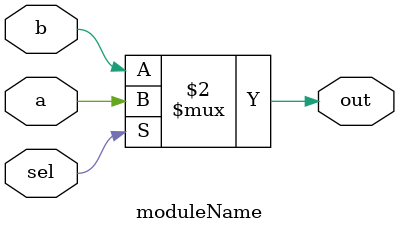
<source format=v>
module moduleName (
    input  a,
    input  b,
    input  sel,
    output out
);
    // This is a mux2 module
    assign out = sel == 1'b1 ? a : b;
endmodule

</source>
